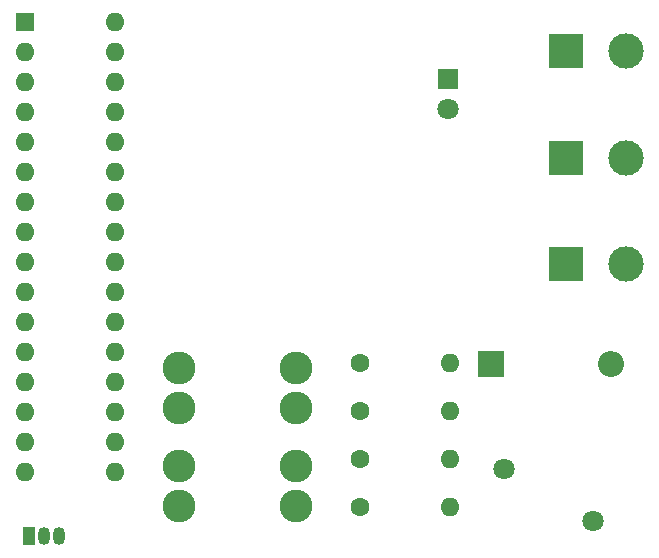
<source format=gbr>
%TF.GenerationSoftware,KiCad,Pcbnew,9.0.1+dfsg-1*%
%TF.CreationDate,2025-05-19T03:38:22+05:30*%
%TF.ProjectId,SmartHeaterControl,536d6172-7448-4656-9174-6572436f6e74,rev?*%
%TF.SameCoordinates,Original*%
%TF.FileFunction,Soldermask,Bot*%
%TF.FilePolarity,Negative*%
%FSLAX46Y46*%
G04 Gerber Fmt 4.6, Leading zero omitted, Abs format (unit mm)*
G04 Created by KiCad (PCBNEW 9.0.1+dfsg-1) date 2025-05-19 03:38:22*
%MOMM*%
%LPD*%
G01*
G04 APERTURE LIST*
%ADD10R,3.000000X3.000000*%
%ADD11C,3.000000*%
%ADD12C,2.780000*%
%ADD13C,1.800000*%
%ADD14R,1.050000X1.500000*%
%ADD15O,1.050000X1.500000*%
%ADD16C,1.600000*%
%ADD17O,1.600000X1.600000*%
%ADD18R,1.600000X1.600000*%
%ADD19R,1.800000X1.800000*%
%ADD20R,2.200000X2.200000*%
%ADD21O,2.200000X2.200000*%
G04 APERTURE END LIST*
D10*
%TO.C,J1*%
X151990000Y-73850000D03*
D11*
X157070000Y-73850000D03*
%TD*%
D12*
%TO.C,F1*%
X119220000Y-100720000D03*
X119220000Y-104120000D03*
X129140000Y-100720000D03*
X129140000Y-104120000D03*
%TD*%
%TO.C,F2*%
X119220000Y-109010000D03*
X119220000Y-112410000D03*
X129140000Y-109010000D03*
X129140000Y-112410000D03*
%TD*%
D13*
%TO.C,RV1*%
X146750000Y-109300000D03*
X154250000Y-113700000D03*
%TD*%
D14*
%TO.C,Q1*%
X106560000Y-114930000D03*
D15*
X107830000Y-114930000D03*
X109100000Y-114930000D03*
%TD*%
D16*
%TO.C,R2*%
X134530000Y-104350000D03*
D17*
X142150000Y-104350000D03*
%TD*%
D18*
%TO.C,U1*%
X106200000Y-71450000D03*
D17*
X106200000Y-73990000D03*
X106200000Y-76530000D03*
X106200000Y-79070000D03*
X106200000Y-81610000D03*
X106200000Y-84150000D03*
X106200000Y-86690000D03*
X106200000Y-89230000D03*
X106200000Y-91770000D03*
X106200000Y-94310000D03*
X106200000Y-96850000D03*
X106200000Y-99390000D03*
X106200000Y-101930000D03*
X106200000Y-104470000D03*
X106200000Y-107010000D03*
X106200000Y-109550000D03*
X113820000Y-109550000D03*
X113820000Y-107010000D03*
X113820000Y-104470000D03*
X113820000Y-101930000D03*
X113820000Y-99390000D03*
X113820000Y-96850000D03*
X113820000Y-94310000D03*
X113820000Y-91770000D03*
X113820000Y-89230000D03*
X113820000Y-86690000D03*
X113820000Y-84150000D03*
X113820000Y-81610000D03*
X113820000Y-79070000D03*
X113820000Y-76530000D03*
X113820000Y-73990000D03*
X113820000Y-71450000D03*
%TD*%
D10*
%TO.C,R3*%
X151990000Y-91950000D03*
D11*
X157070000Y-91950000D03*
%TD*%
D10*
%TO.C,J2*%
X151990000Y-82900000D03*
D11*
X157070000Y-82900000D03*
%TD*%
D19*
%TO.C,D2*%
X142000000Y-76225000D03*
D13*
X142000000Y-78765000D03*
%TD*%
D16*
%TO.C,R4*%
X134530000Y-108400000D03*
D17*
X142150000Y-108400000D03*
%TD*%
D16*
%TO.C,TH1*%
X134530000Y-112450000D03*
D17*
X142150000Y-112450000D03*
%TD*%
D20*
%TO.C,D1*%
X145600000Y-100400000D03*
D21*
X155760000Y-100400000D03*
%TD*%
D16*
%TO.C,R1*%
X134530000Y-100300000D03*
D17*
X142150000Y-100300000D03*
%TD*%
M02*

</source>
